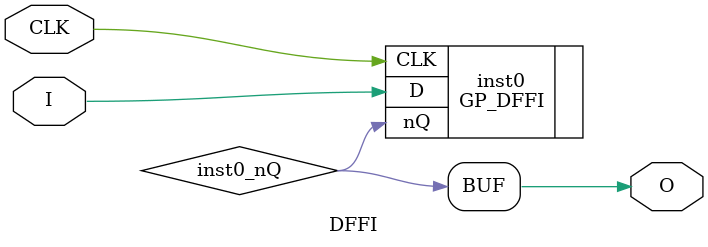
<source format=v>
module DFFI (input  I, input  CLK, output  O);
wire  inst0_nQ;
GP_DFFI inst0 (.D(I), .CLK(CLK), .nQ(inst0_nQ));
assign O = inst0_nQ;
endmodule


</source>
